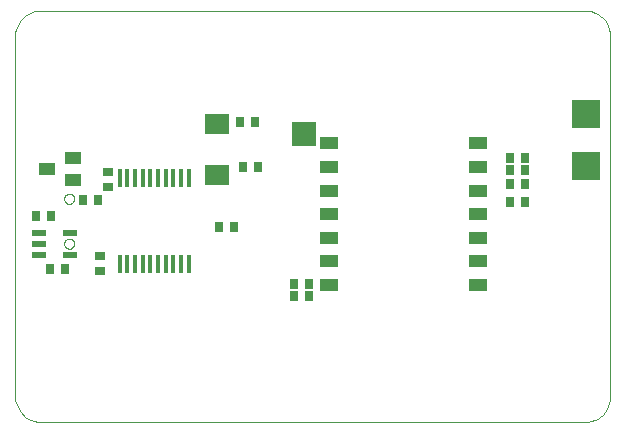
<source format=gbp>
G75*
%MOIN*%
%OFA0B0*%
%FSLAX25Y25*%
%IPPOS*%
%LPD*%
%AMOC8*
5,1,8,0,0,1.08239X$1,22.5*
%
%ADD10C,0.00394*%
%ADD11C,0.00000*%
%ADD12R,0.01575X0.05906*%
%ADD13R,0.08000X0.07000*%
%ADD14R,0.02756X0.03543*%
%ADD15R,0.03543X0.02756*%
%ADD16R,0.05906X0.03937*%
%ADD17R,0.08000X0.08000*%
%ADD18R,0.04724X0.02362*%
%ADD19R,0.05512X0.03937*%
%ADD20R,0.09449X0.09449*%
D10*
X0013852Y0009142D02*
X0013224Y0010066D01*
X0012790Y0011090D01*
X0012356Y0012115D01*
X0012115Y0013241D01*
X0012115Y0135651D01*
X0012356Y0136777D01*
X0012790Y0137802D01*
X0013224Y0138826D01*
X0013852Y0139750D01*
X0014628Y0140525D01*
X0015404Y0141301D01*
X0016327Y0141929D01*
X0017352Y0142363D01*
X0018377Y0142798D01*
X0019503Y0143038D01*
X0202967Y0143038D01*
X0204094Y0142798D01*
X0205119Y0142363D01*
X0206143Y0141929D01*
X0207067Y0141301D01*
X0207843Y0140525D01*
X0208619Y0139750D01*
X0209247Y0138826D01*
X0209681Y0137802D01*
X0210115Y0136777D01*
X0210355Y0135651D01*
X0210355Y0013241D01*
X0210115Y0012115D01*
X0209681Y0011090D01*
X0209247Y0010066D01*
X0208619Y0009142D01*
X0207843Y0008366D01*
X0207067Y0007591D01*
X0206143Y0006962D01*
X0205119Y0006528D01*
X0204094Y0006094D01*
X0202967Y0005854D01*
X0019503Y0005854D01*
X0018377Y0006094D01*
X0017352Y0006528D01*
X0016327Y0006962D01*
X0015404Y0007591D01*
X0013852Y0009142D01*
D11*
X0028335Y0065320D02*
X0028337Y0065401D01*
X0028343Y0065483D01*
X0028353Y0065564D01*
X0028367Y0065644D01*
X0028384Y0065723D01*
X0028406Y0065802D01*
X0028431Y0065879D01*
X0028460Y0065956D01*
X0028493Y0066030D01*
X0028530Y0066103D01*
X0028569Y0066174D01*
X0028613Y0066243D01*
X0028659Y0066310D01*
X0028709Y0066374D01*
X0028762Y0066436D01*
X0028818Y0066496D01*
X0028876Y0066552D01*
X0028938Y0066606D01*
X0029002Y0066657D01*
X0029068Y0066704D01*
X0029136Y0066748D01*
X0029207Y0066789D01*
X0029279Y0066826D01*
X0029354Y0066860D01*
X0029429Y0066890D01*
X0029507Y0066916D01*
X0029585Y0066939D01*
X0029664Y0066957D01*
X0029744Y0066972D01*
X0029825Y0066983D01*
X0029906Y0066990D01*
X0029988Y0066993D01*
X0030069Y0066992D01*
X0030150Y0066987D01*
X0030231Y0066978D01*
X0030312Y0066965D01*
X0030392Y0066948D01*
X0030470Y0066928D01*
X0030548Y0066903D01*
X0030625Y0066875D01*
X0030700Y0066843D01*
X0030773Y0066808D01*
X0030844Y0066769D01*
X0030914Y0066726D01*
X0030981Y0066681D01*
X0031047Y0066632D01*
X0031109Y0066580D01*
X0031169Y0066524D01*
X0031226Y0066466D01*
X0031281Y0066406D01*
X0031332Y0066342D01*
X0031380Y0066277D01*
X0031425Y0066209D01*
X0031467Y0066139D01*
X0031505Y0066067D01*
X0031540Y0065993D01*
X0031571Y0065918D01*
X0031598Y0065841D01*
X0031621Y0065763D01*
X0031641Y0065684D01*
X0031657Y0065604D01*
X0031669Y0065523D01*
X0031677Y0065442D01*
X0031681Y0065361D01*
X0031681Y0065279D01*
X0031677Y0065198D01*
X0031669Y0065117D01*
X0031657Y0065036D01*
X0031641Y0064956D01*
X0031621Y0064877D01*
X0031598Y0064799D01*
X0031571Y0064722D01*
X0031540Y0064647D01*
X0031505Y0064573D01*
X0031467Y0064501D01*
X0031425Y0064431D01*
X0031380Y0064363D01*
X0031332Y0064298D01*
X0031281Y0064234D01*
X0031226Y0064174D01*
X0031169Y0064116D01*
X0031109Y0064060D01*
X0031047Y0064008D01*
X0030981Y0063959D01*
X0030914Y0063914D01*
X0030845Y0063871D01*
X0030773Y0063832D01*
X0030700Y0063797D01*
X0030625Y0063765D01*
X0030548Y0063737D01*
X0030470Y0063712D01*
X0030392Y0063692D01*
X0030312Y0063675D01*
X0030231Y0063662D01*
X0030150Y0063653D01*
X0030069Y0063648D01*
X0029988Y0063647D01*
X0029906Y0063650D01*
X0029825Y0063657D01*
X0029744Y0063668D01*
X0029664Y0063683D01*
X0029585Y0063701D01*
X0029507Y0063724D01*
X0029429Y0063750D01*
X0029354Y0063780D01*
X0029279Y0063814D01*
X0029207Y0063851D01*
X0029136Y0063892D01*
X0029068Y0063936D01*
X0029002Y0063983D01*
X0028938Y0064034D01*
X0028876Y0064088D01*
X0028818Y0064144D01*
X0028762Y0064204D01*
X0028709Y0064266D01*
X0028659Y0064330D01*
X0028613Y0064397D01*
X0028569Y0064466D01*
X0028530Y0064537D01*
X0028493Y0064610D01*
X0028460Y0064684D01*
X0028431Y0064761D01*
X0028406Y0064838D01*
X0028384Y0064917D01*
X0028367Y0064996D01*
X0028353Y0065076D01*
X0028343Y0065157D01*
X0028337Y0065239D01*
X0028335Y0065320D01*
X0028335Y0080280D02*
X0028337Y0080361D01*
X0028343Y0080443D01*
X0028353Y0080524D01*
X0028367Y0080604D01*
X0028384Y0080683D01*
X0028406Y0080762D01*
X0028431Y0080839D01*
X0028460Y0080916D01*
X0028493Y0080990D01*
X0028530Y0081063D01*
X0028569Y0081134D01*
X0028613Y0081203D01*
X0028659Y0081270D01*
X0028709Y0081334D01*
X0028762Y0081396D01*
X0028818Y0081456D01*
X0028876Y0081512D01*
X0028938Y0081566D01*
X0029002Y0081617D01*
X0029068Y0081664D01*
X0029136Y0081708D01*
X0029207Y0081749D01*
X0029279Y0081786D01*
X0029354Y0081820D01*
X0029429Y0081850D01*
X0029507Y0081876D01*
X0029585Y0081899D01*
X0029664Y0081917D01*
X0029744Y0081932D01*
X0029825Y0081943D01*
X0029906Y0081950D01*
X0029988Y0081953D01*
X0030069Y0081952D01*
X0030150Y0081947D01*
X0030231Y0081938D01*
X0030312Y0081925D01*
X0030392Y0081908D01*
X0030470Y0081888D01*
X0030548Y0081863D01*
X0030625Y0081835D01*
X0030700Y0081803D01*
X0030773Y0081768D01*
X0030844Y0081729D01*
X0030914Y0081686D01*
X0030981Y0081641D01*
X0031047Y0081592D01*
X0031109Y0081540D01*
X0031169Y0081484D01*
X0031226Y0081426D01*
X0031281Y0081366D01*
X0031332Y0081302D01*
X0031380Y0081237D01*
X0031425Y0081169D01*
X0031467Y0081099D01*
X0031505Y0081027D01*
X0031540Y0080953D01*
X0031571Y0080878D01*
X0031598Y0080801D01*
X0031621Y0080723D01*
X0031641Y0080644D01*
X0031657Y0080564D01*
X0031669Y0080483D01*
X0031677Y0080402D01*
X0031681Y0080321D01*
X0031681Y0080239D01*
X0031677Y0080158D01*
X0031669Y0080077D01*
X0031657Y0079996D01*
X0031641Y0079916D01*
X0031621Y0079837D01*
X0031598Y0079759D01*
X0031571Y0079682D01*
X0031540Y0079607D01*
X0031505Y0079533D01*
X0031467Y0079461D01*
X0031425Y0079391D01*
X0031380Y0079323D01*
X0031332Y0079258D01*
X0031281Y0079194D01*
X0031226Y0079134D01*
X0031169Y0079076D01*
X0031109Y0079020D01*
X0031047Y0078968D01*
X0030981Y0078919D01*
X0030914Y0078874D01*
X0030845Y0078831D01*
X0030773Y0078792D01*
X0030700Y0078757D01*
X0030625Y0078725D01*
X0030548Y0078697D01*
X0030470Y0078672D01*
X0030392Y0078652D01*
X0030312Y0078635D01*
X0030231Y0078622D01*
X0030150Y0078613D01*
X0030069Y0078608D01*
X0029988Y0078607D01*
X0029906Y0078610D01*
X0029825Y0078617D01*
X0029744Y0078628D01*
X0029664Y0078643D01*
X0029585Y0078661D01*
X0029507Y0078684D01*
X0029429Y0078710D01*
X0029354Y0078740D01*
X0029279Y0078774D01*
X0029207Y0078811D01*
X0029136Y0078852D01*
X0029068Y0078896D01*
X0029002Y0078943D01*
X0028938Y0078994D01*
X0028876Y0079048D01*
X0028818Y0079104D01*
X0028762Y0079164D01*
X0028709Y0079226D01*
X0028659Y0079290D01*
X0028613Y0079357D01*
X0028569Y0079426D01*
X0028530Y0079497D01*
X0028493Y0079570D01*
X0028460Y0079644D01*
X0028431Y0079721D01*
X0028406Y0079798D01*
X0028384Y0079877D01*
X0028367Y0079956D01*
X0028353Y0080036D01*
X0028343Y0080117D01*
X0028337Y0080199D01*
X0028335Y0080280D01*
D12*
X0046831Y0087072D03*
X0049390Y0087072D03*
X0051949Y0087072D03*
X0054508Y0087072D03*
X0057067Y0087072D03*
X0059626Y0087072D03*
X0062185Y0087072D03*
X0064744Y0087072D03*
X0067303Y0087072D03*
X0069862Y0087072D03*
X0069862Y0058528D03*
X0067303Y0058528D03*
X0064744Y0058528D03*
X0062185Y0058528D03*
X0059626Y0058528D03*
X0057067Y0058528D03*
X0054508Y0058528D03*
X0051949Y0058528D03*
X0049390Y0058528D03*
X0046831Y0058528D03*
D13*
X0079346Y0088300D03*
X0079346Y0105300D03*
D14*
X0086787Y0105800D03*
X0091906Y0105800D03*
X0092906Y0090800D03*
X0087787Y0090800D03*
X0084906Y0070800D03*
X0079787Y0070800D03*
X0104787Y0051800D03*
X0104787Y0047800D03*
X0109906Y0047800D03*
X0109906Y0051800D03*
X0176787Y0079300D03*
X0181906Y0079300D03*
X0181906Y0085300D03*
X0176787Y0085300D03*
X0176787Y0089800D03*
X0176787Y0093800D03*
X0181906Y0093800D03*
X0181906Y0089800D03*
X0039606Y0079800D03*
X0034487Y0079800D03*
X0024106Y0074600D03*
X0018987Y0074600D03*
X0023587Y0056900D03*
X0028706Y0056900D03*
D15*
X0040346Y0056241D03*
X0040346Y0061359D03*
X0042846Y0084241D03*
X0042846Y0089359D03*
D16*
X0116559Y0090918D03*
X0116559Y0098792D03*
X0116559Y0083044D03*
X0116559Y0075170D03*
X0116559Y0067296D03*
X0116559Y0059422D03*
X0116559Y0051548D03*
X0166165Y0051548D03*
X0166165Y0059422D03*
X0166165Y0067296D03*
X0166165Y0075170D03*
X0166165Y0083044D03*
X0166165Y0090918D03*
X0166165Y0098792D03*
D17*
X0108346Y0101800D03*
D18*
X0030188Y0069040D03*
X0019905Y0069040D03*
X0019905Y0065300D03*
X0019905Y0061560D03*
X0030188Y0061560D03*
D19*
X0031377Y0086460D03*
X0022716Y0090200D03*
X0031377Y0093940D03*
D20*
X0202446Y0091339D03*
X0202446Y0108661D03*
M02*

</source>
